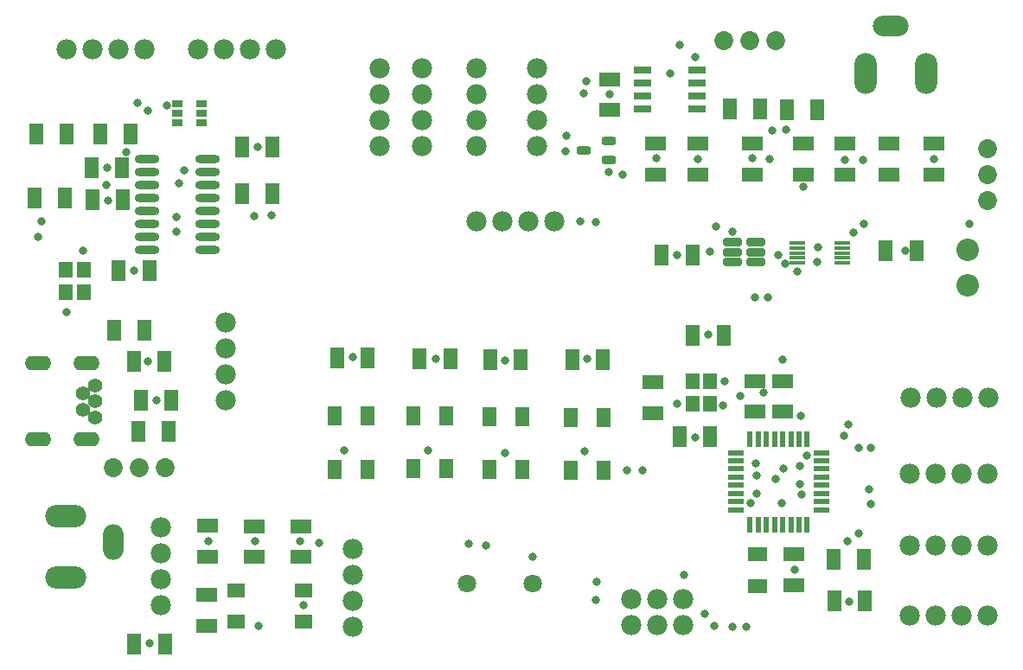
<source format=gts>
G04*
G04 #@! TF.GenerationSoftware,Altium Limited,Altium Designer,23.1.1 (15)*
G04*
G04 Layer_Color=8388736*
%FSLAX44Y44*%
%MOMM*%
G71*
G04*
G04 #@! TF.SameCoordinates,32E53F4C-9CDF-4151-867A-B185B0D7BA91*
G04*
G04*
G04 #@! TF.FilePolarity,Negative*
G04*
G01*
G75*
%ADD34R,1.8542X1.3716*%
%ADD36R,1.3208X2.0066*%
%ADD37O,2.4032X0.8128*%
%ADD38R,1.4031X1.6030*%
%ADD39R,1.0508X0.7508*%
%ADD40R,2.0066X1.3208*%
%ADD41R,1.7532X0.8032*%
G04:AMPARAMS|DCode=42|XSize=1.8132mm|YSize=0.7932mm|CornerRadius=0.1754mm|HoleSize=0mm|Usage=FLASHONLY|Rotation=0.000|XOffset=0mm|YOffset=0mm|HoleType=Round|Shape=RoundedRectangle|*
%AMROUNDEDRECTD42*
21,1,1.8132,0.4425,0,0,0.0*
21,1,1.4625,0.7932,0,0,0.0*
1,1,0.3507,0.7313,-0.2213*
1,1,0.3507,-0.7313,-0.2213*
1,1,0.3507,-0.7313,0.2213*
1,1,0.3507,0.7313,0.2213*
%
%ADD42ROUNDEDRECTD42*%
G04:AMPARAMS|DCode=43|XSize=1.4132mm|YSize=0.7932mm|CornerRadius=0.2491mm|HoleSize=0mm|Usage=FLASHONLY|Rotation=180.000|XOffset=0mm|YOffset=0mm|HoleType=Round|Shape=RoundedRectangle|*
%AMROUNDEDRECTD43*
21,1,1.4132,0.2950,0,0,180.0*
21,1,0.9150,0.7932,0,0,180.0*
1,1,0.4982,-0.4575,0.1475*
1,1,0.4982,0.4575,0.1475*
1,1,0.4982,0.4575,-0.1475*
1,1,0.4982,-0.4575,-0.1475*
%
%ADD43ROUNDEDRECTD43*%
%ADD44R,1.6008X0.5588*%
%ADD45R,0.5588X1.6008*%
%ADD46R,1.5208X0.3508*%
%ADD47R,1.5008X0.3508*%
%ADD48R,1.7032X1.4032*%
%ADD49R,1.4097X1.8532*%
%ADD50O,2.6032X1.4032*%
%ADD51C,1.4032*%
%ADD52C,1.9812*%
%ADD53O,2.0032X3.5032*%
%ADD54O,4.0032X2.2032*%
%ADD55C,1.8032*%
%ADD56C,1.8532*%
%ADD57O,2.2032X4.0032*%
%ADD58O,3.5032X2.0032*%
%ADD59C,2.2032*%
%ADD60C,0.8382*%
D34*
X730250Y74168D02*
D03*
Y105410D02*
D03*
D36*
X578358Y296164D02*
D03*
X548386D02*
D03*
X498094Y295910D02*
D03*
X468122D02*
D03*
X429006Y296672D02*
D03*
X399034D02*
D03*
X318262Y297688D02*
D03*
X348234D02*
D03*
X119634Y17780D02*
D03*
X149606D02*
D03*
X155956Y256540D02*
D03*
X125984D02*
D03*
X123444Y226060D02*
D03*
X153416D02*
D03*
X129540Y324612D02*
D03*
X99568D02*
D03*
X119126Y294132D02*
D03*
X149098D02*
D03*
X134366Y383540D02*
D03*
X104394D02*
D03*
X653542Y220726D02*
D03*
X683514D02*
D03*
X696722Y320040D02*
D03*
X666750D02*
D03*
X665988Y398272D02*
D03*
X636016D02*
D03*
X805180Y59690D02*
D03*
X835152D02*
D03*
X834390Y100330D02*
D03*
X804418D02*
D03*
X855472Y403098D02*
D03*
X885444D02*
D03*
X702818Y541782D02*
D03*
X732790D02*
D03*
X758698Y541020D02*
D03*
X788670D02*
D03*
X108712Y452628D02*
D03*
X78740D02*
D03*
X77978Y483870D02*
D03*
X107950D02*
D03*
X86106Y516890D02*
D03*
X116078D02*
D03*
X53594Y516636D02*
D03*
X23622D02*
D03*
X51816Y454152D02*
D03*
X21844D02*
D03*
X255270Y458470D02*
D03*
X225298D02*
D03*
X255270Y504698D02*
D03*
X225298D02*
D03*
D37*
X132334Y492760D02*
D03*
Y480060D02*
D03*
Y467360D02*
D03*
Y454660D02*
D03*
Y441960D02*
D03*
Y429260D02*
D03*
Y416560D02*
D03*
Y403860D02*
D03*
X191770D02*
D03*
Y416560D02*
D03*
Y429260D02*
D03*
Y441960D02*
D03*
Y454660D02*
D03*
Y467360D02*
D03*
Y480060D02*
D03*
Y492760D02*
D03*
D38*
X69959Y362381D02*
D03*
Y384381D02*
D03*
X52959Y362381D02*
D03*
Y384382D02*
D03*
X666260Y274732D02*
D03*
Y252730D02*
D03*
X683260Y274730D02*
D03*
Y252730D02*
D03*
D39*
X162052Y546862D02*
D03*
Y537362D02*
D03*
Y527862D02*
D03*
X185677D02*
D03*
Y537362D02*
D03*
Y546862D02*
D03*
D40*
X584708Y540512D02*
D03*
Y570484D02*
D03*
X627380Y273812D02*
D03*
Y243840D02*
D03*
X629920Y507492D02*
D03*
Y477520D02*
D03*
X754380Y275082D02*
D03*
Y245110D02*
D03*
X727710Y275082D02*
D03*
Y245110D02*
D03*
X858520Y507492D02*
D03*
Y477520D02*
D03*
X774700Y507492D02*
D03*
Y477520D02*
D03*
X815340D02*
D03*
Y507492D02*
D03*
X671830Y477520D02*
D03*
Y507492D02*
D03*
X725170D02*
D03*
Y477520D02*
D03*
X190500Y65532D02*
D03*
Y35560D02*
D03*
X191770Y103124D02*
D03*
Y133096D02*
D03*
X283210Y132842D02*
D03*
Y102870D02*
D03*
X237490D02*
D03*
Y132842D02*
D03*
X765810Y75184D02*
D03*
Y105156D02*
D03*
X902970Y477520D02*
D03*
Y507492D02*
D03*
D41*
X616890Y579628D02*
D03*
Y566928D02*
D03*
Y554228D02*
D03*
Y541528D02*
D03*
X670890Y579628D02*
D03*
Y566928D02*
D03*
Y554228D02*
D03*
Y541528D02*
D03*
D42*
X705612Y410820D02*
D03*
Y401320D02*
D03*
Y391820D02*
D03*
X728512D02*
D03*
Y401320D02*
D03*
Y410820D02*
D03*
D43*
X584558Y491642D02*
D03*
X559458Y501142D02*
D03*
X584558Y510642D02*
D03*
D44*
X792570Y204960D02*
D03*
Y197086D02*
D03*
Y188958D02*
D03*
Y181084D02*
D03*
Y172956D02*
D03*
Y165082D02*
D03*
Y156954D02*
D03*
Y149080D02*
D03*
X708570D02*
D03*
Y156954D02*
D03*
Y165082D02*
D03*
Y172956D02*
D03*
Y181084D02*
D03*
Y188958D02*
D03*
Y197086D02*
D03*
Y204960D02*
D03*
D45*
X778510Y134530D02*
D03*
X770636D02*
D03*
X762508D02*
D03*
X754634D02*
D03*
X746506D02*
D03*
X738632D02*
D03*
X730504D02*
D03*
X722630D02*
D03*
Y218530D02*
D03*
X730504D02*
D03*
X738632D02*
D03*
X746506D02*
D03*
X754634D02*
D03*
X762508D02*
D03*
X770636D02*
D03*
X778510D02*
D03*
D46*
X812448Y410558D02*
D03*
Y405558D02*
D03*
Y400558D02*
D03*
Y395558D02*
D03*
Y390558D02*
D03*
X768448D02*
D03*
Y395558D02*
D03*
Y400558D02*
D03*
Y405558D02*
D03*
D47*
Y410558D02*
D03*
D48*
X218968Y39864D02*
D03*
X284968Y69864D02*
D03*
Y39864D02*
D03*
X218968Y69864D02*
D03*
D49*
X547243Y239360D02*
D03*
Y187360D02*
D03*
X579501Y239360D02*
D03*
Y187360D02*
D03*
X315595Y240630D02*
D03*
Y188630D02*
D03*
X347853Y240630D02*
D03*
Y188630D02*
D03*
X467487Y240122D02*
D03*
Y188122D02*
D03*
X499745Y240122D02*
D03*
Y188122D02*
D03*
X392811Y241138D02*
D03*
Y189138D02*
D03*
X425069Y241138D02*
D03*
Y189138D02*
D03*
D50*
X25082Y292470D02*
D03*
X72582D02*
D03*
Y218070D02*
D03*
X25082D02*
D03*
D51*
X81599Y239071D02*
D03*
Y255071D02*
D03*
X69562Y247072D02*
D03*
Y263072D02*
D03*
X81599Y271070D02*
D03*
D52*
X232664Y600202D02*
D03*
X258064D02*
D03*
X181864D02*
D03*
X207264D02*
D03*
X359918Y530860D02*
D03*
Y505460D02*
D03*
Y581660D02*
D03*
Y556260D02*
D03*
X401320D02*
D03*
Y581660D02*
D03*
Y505460D02*
D03*
Y530860D02*
D03*
X454660Y556260D02*
D03*
Y581660D02*
D03*
Y505460D02*
D03*
Y530860D02*
D03*
X513588Y556260D02*
D03*
Y581660D02*
D03*
Y505460D02*
D03*
Y530860D02*
D03*
X104394Y600202D02*
D03*
X129794D02*
D03*
X53594D02*
D03*
X78994D02*
D03*
X334010Y59690D02*
D03*
Y34290D02*
D03*
Y110490D02*
D03*
Y85090D02*
D03*
X505460Y431800D02*
D03*
X530860D02*
D03*
X454660D02*
D03*
X480060D02*
D03*
X146050Y81280D02*
D03*
Y55880D02*
D03*
Y132080D02*
D03*
Y106680D02*
D03*
X904240Y45720D02*
D03*
X878840D02*
D03*
X955040D02*
D03*
X929640D02*
D03*
X905510Y259080D02*
D03*
X880110D02*
D03*
X956310D02*
D03*
X930910D02*
D03*
X209550Y281940D02*
D03*
Y256540D02*
D03*
Y332740D02*
D03*
Y307340D02*
D03*
X657352Y61214D02*
D03*
Y35814D02*
D03*
X631952Y61214D02*
D03*
Y35814D02*
D03*
X606552Y61214D02*
D03*
Y35814D02*
D03*
X904240Y114300D02*
D03*
X878840D02*
D03*
X955040D02*
D03*
X929640D02*
D03*
X904240Y184150D02*
D03*
X878840D02*
D03*
X955040D02*
D03*
X929640D02*
D03*
D53*
X99215Y117494D02*
D03*
D54*
X52715Y82494D02*
D03*
Y142494D02*
D03*
D55*
X510020Y76708D02*
D03*
X445020D02*
D03*
D56*
X955040Y452120D02*
D03*
Y477520D02*
D03*
Y502920D02*
D03*
X99060Y190500D02*
D03*
X124460D02*
D03*
X149860D02*
D03*
X748030Y608330D02*
D03*
X722630D02*
D03*
X697230D02*
D03*
D57*
X835350Y576580D02*
D03*
X895350D02*
D03*
D58*
X860350Y623080D02*
D03*
D59*
X935990Y368580D02*
D03*
Y403580D02*
D03*
D60*
X840740Y154940D02*
D03*
X937260Y429260D02*
D03*
X829310Y209550D02*
D03*
X819150Y232410D02*
D03*
X778410Y201752D02*
D03*
X773430Y163830D02*
D03*
X755650Y189230D02*
D03*
X772160Y241300D02*
D03*
X754380Y295910D02*
D03*
X748030Y179070D02*
D03*
X753988Y155163D02*
D03*
X562610Y568960D02*
D03*
X654050Y604520D02*
D03*
X542290Y500380D02*
D03*
X598170Y477520D02*
D03*
X571500Y430530D02*
D03*
X689610Y426720D02*
D03*
X741680Y492760D02*
D03*
X744220Y520700D02*
D03*
X833120Y491490D02*
D03*
X834390Y429260D02*
D03*
X740410Y356870D02*
D03*
X617220Y187960D02*
D03*
X728980Y182880D02*
D03*
Y165100D02*
D03*
X829310Y125730D02*
D03*
X678180Y46990D02*
D03*
X718820Y34290D02*
D03*
X572770Y78740D02*
D03*
X447040Y115570D02*
D03*
X300990Y116840D02*
D03*
X237490Y436880D02*
D03*
X161290Y421640D02*
D03*
X25400Y416560D02*
D03*
X92710Y467360D02*
D03*
X168148Y481838D02*
D03*
X163830Y468630D02*
D03*
X123190Y547370D02*
D03*
X560578Y206248D02*
D03*
X414782Y296672D02*
D03*
X325374Y206756D02*
D03*
X282194Y117856D02*
D03*
X133350Y539750D02*
D03*
X151337Y544867D02*
D03*
X111760Y499110D02*
D03*
X93345Y483997D02*
D03*
X141351Y256540D02*
D03*
X119380Y383540D02*
D03*
X29210Y431800D02*
D03*
X69850Y402590D02*
D03*
X133350Y294640D02*
D03*
X556260Y431800D02*
D03*
X53340Y342900D02*
D03*
X134366Y18034D02*
D03*
X788527Y391779D02*
D03*
X823976Y420370D02*
D03*
X789432Y405892D02*
D03*
X815086Y491236D02*
D03*
X774954Y465328D02*
D03*
X584708Y555752D02*
D03*
X559816Y557022D02*
D03*
X750570Y398272D02*
D03*
X725170Y493522D02*
D03*
X630428Y493268D02*
D03*
X542544Y515366D02*
D03*
X584200Y480060D02*
D03*
X240284Y504190D02*
D03*
X771398Y173990D02*
D03*
X771219Y192024D02*
D03*
X814832Y221234D02*
D03*
X713232Y260096D02*
D03*
X695960Y251460D02*
D03*
X735422Y263779D02*
D03*
X727456Y357124D02*
D03*
X683324Y401511D02*
D03*
X874395Y403098D02*
D03*
X697738Y274652D02*
D03*
X766064Y90170D02*
D03*
X668782Y219710D02*
D03*
X728218Y194818D02*
D03*
X840994Y209550D02*
D03*
X602234Y187706D02*
D03*
X571500Y60960D02*
D03*
X705612Y34036D02*
D03*
X687324Y35052D02*
D03*
X838962Y169418D02*
D03*
X817880Y117856D02*
D03*
X722884Y155702D02*
D03*
X464312Y113792D02*
D03*
X161036Y436118D02*
D03*
X757428Y520954D02*
D03*
X768604Y382016D02*
D03*
X756782Y390312D02*
D03*
X705104Y421386D02*
D03*
X668528Y592328D02*
D03*
X253746Y437642D02*
D03*
X644144Y576326D02*
D03*
X241300Y35052D02*
D03*
X563118Y296672D02*
D03*
X509778Y102870D02*
D03*
X93726Y452120D02*
D03*
X657860Y84836D02*
D03*
X334010Y298196D02*
D03*
X285496Y55372D02*
D03*
X238252Y118618D02*
D03*
X192278Y118364D02*
D03*
X902970Y492506D02*
D03*
X671576Y492760D02*
D03*
X651256Y398526D02*
D03*
X681990Y320548D02*
D03*
X819658Y58928D02*
D03*
X651002Y252730D02*
D03*
X482346Y204978D02*
D03*
X407416Y207264D02*
D03*
X482600Y295402D02*
D03*
M02*

</source>
